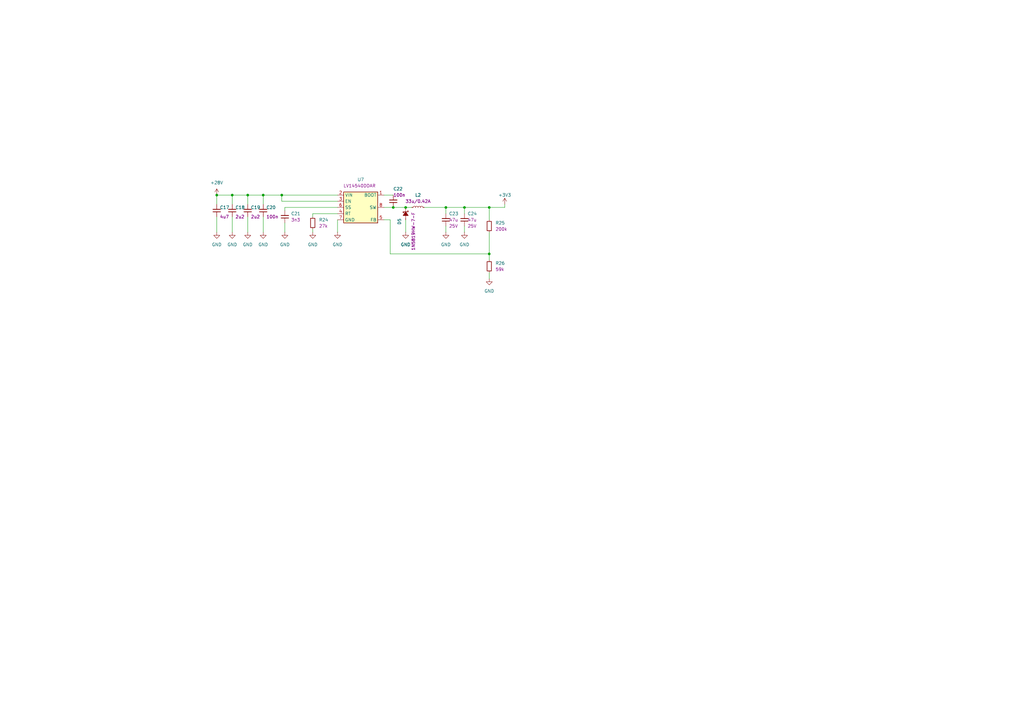
<source format=kicad_sch>
(kicad_sch (version 20230121) (generator eeschema)
  (paper "A3")
  (lib_symbols
    (symbol "antmicroCapacitors0402:C_3n3_0402" (pin_numbers hide) (pin_names hide)
      (property "Reference" "C" (at 20.32 -5.08 0))
      (property "Val" "3n3" (at 20.32 -7.62 0))
      (symbol "C_3n3_0402_0_1"
        (polyline (pts (xy 2.032 -1.524) (xy 2.032 1.524)) (stroke (width 0.3048)))
        (polyline (pts (xy 3.048 -1.524) (xy 3.048 1.524)) (stroke (width 0.3302)))
      )
      (symbol "C_3n3_0402_1_1"
        (pin passive line (at 0 0 0) (length 2.032) (name "~") (number "1"))
        (pin passive line (at 5.08 0 180) (length 2.032) (name "~") (number "2"))
      )
    )
    (symbol "antmicroCapacitors0603:C_100n_100V_X7R_0603" (pin_numbers hide) (pin_names hide)
      (property "Reference" "C" (at 15.24 -5.08 0))
      (property "Val" "100n" (at 15.24 -7.62 0))
      (symbol "C_100n_100V_X7R_0603_0_1"
        (polyline (pts (xy 2.032 -1.524) (xy 2.032 1.524)) (stroke (width 0.3048)))
        (polyline (pts (xy 3.048 -1.524) (xy 3.048 1.524)) (stroke (width 0.3302)))
      )
      (symbol "C_100n_100V_X7R_0603_1_1"
        (pin passive line (at 0 0 0) (length 2.032) (name "~") (number "1"))
        (pin passive line (at 5.08 0 180) (length 2.032) (name "~") (number "2"))
      )
    )
    (symbol "antmicroCapacitorsmisc:C_2u2_1210" (pin_numbers hide) (pin_names hide)
      (property "Reference" "C" (at 20.32 -5.08 0))
      (property "Val" "2u2" (at 20.32 -7.62 0))
      (symbol "C_2u2_1210_0_1"
        (polyline (pts (xy 2.032 -1.524) (xy 2.032 1.524)) (stroke (width 0.3048)))
        (polyline (pts (xy 3.048 -1.524) (xy 3.048 1.524)) (stroke (width 0.3302)))
      )
      (symbol "C_2u2_1210_1_1"
        (pin passive line (at 0 0 0) (length 2.032) (name "~") (number "1"))
        (pin passive line (at 5.08 0 180) (length 2.032) (name "~") (number "2"))
      )
    )
    (symbol "antmicroCapacitorsmisc:C_47u_25V_1206" (pin_numbers hide) (pin_names hide)
      (property "Reference" "C" (at 15.24 -5.08 0))
      (property "Val" "47u" (at 15.24 -7.62 0))
      (property "Voltage" "25V" (at 15.24 -10.16 0))
      (symbol "C_47u_25V_1206_0_1"
        (polyline (pts (xy 2.032 -1.524) (xy 2.032 1.524)) (stroke (width 0.3048)))
        (polyline (pts (xy 3.048 -1.524) (xy 3.048 1.524)) (stroke (width 0.3302)))
      )
      (symbol "C_47u_25V_1206_1_1"
        (pin passive line (at 0 0 0) (length 2.032) (name "~") (number "1"))
        (pin passive line (at 5.08 0 180) (length 2.032) (name "~") (number "2"))
      )
    )
    (symbol "antmicroCapacitorsmisc:C_4u7_1210_100V" (pin_numbers hide) (pin_names hide)
      (property "Reference" "C" (at 20.32 -5.08 0))
      (property "Val" "4u7" (at 20.32 -7.62 0))
      (symbol "C_4u7_1210_100V_0_1"
        (polyline (pts (xy 2.032 -1.524) (xy 2.032 1.524)) (stroke (width 0.3048)))
        (polyline (pts (xy 3.048 -1.524) (xy 3.048 1.524)) (stroke (width 0.3302)))
      )
      (symbol "C_4u7_1210_100V_1_1"
        (pin passive line (at 0 0 0) (length 2.032) (name "~") (number "1"))
        (pin passive line (at 5.08 0 180) (length 2.032) (name "~") (number "2"))
      )
    )
    (symbol "antmicroDCDCConverters:LV14540DDAR"
      (property "Reference" "U" (at 33.02 -5.08 0))
      (property "MPN" "LV14540DDAR " (at 33.02 -7.62 0))
      (symbol "LV14540DDAR_1_1"
        (rectangle (start 2.54 1.27) (end 16.51 -11.43) (stroke (width 0.254)) (fill (type background)))
        (pin input line (at 19.05 0 180) (length 2.54) (name "BOOT") (number "1"))
        (pin power_in line (at 0 0 0) (length 2.54) (name "VIN") (number "2"))
        (pin input line (at 0 -2.54 0) (length 2.54) (name "EN") (number "3"))
        (pin input line (at 0 -7.62 0) (length 2.54) (name "RT") (number "4"))
        (pin input line (at 19.05 -10.16 180) (length 2.54) (name "FB") (number "5"))
        (pin input line (at 0 -5.08 0) (length 2.54) (name "SS") (number "6"))
        (pin power_in line (at 0 -10.16 0) (length 2.54) (name "GND") (number "7"))
        (pin power_out line (at 19.05 -5.08 180) (length 2.54) (name "SW") (number "8"))
        (pin passive line (at 0 -10.16 0) (length 2.54) hide (name "GND") (number "9"))
      )
    )
    (symbol "antmicroDiodesRectifiersSingle:1N5819HW-7-F" (pin_numbers hide) (pin_names hide)
      (property "Reference" "D" (at 22.86 -5.08 0))
      (property "MPN" "1N5819HW-7-F" (at 22.86 -7.62 0))
      (symbol "1N5819HW-7-F_0_1"
        (polyline (pts (xy 1.905 0) (xy 0.635 0)))
        (polyline (pts (xy 4.445 0) (xy 3.175 0)))
      )
      (symbol "1N5819HW-7-F_1_1"
        (polyline (pts (xy 1.778 1.016) (xy 1.778 -1.016)) (stroke (width 0.254)))
        (polyline (pts (xy 1.778 -1.016) (xy 2.159 -1.016) (xy 2.159 -0.762)) (stroke (width 0.254)))
        (polyline (pts (xy 1.778 1.016) (xy 1.397 1.016) (xy 1.397 0.762)) (stroke (width 0.254)))
        (polyline (pts (xy 3.302 1.016) (xy 3.302 -1.016) (xy 1.778 0) (xy 3.302 1.016)) (stroke (width 0.254)) (fill (type outline)))
        (pin passive line (at 0 0 0) (length 0.635) (name "C") (number "1"))
        (pin passive line (at 5.08 0 180) (length 0.635) (name "A") (number "2"))
      )
    )
    (symbol "antmicroFixedInductors:L_33u_0.42A_WE-TPC-3816" (pin_numbers hide) (pin_names hide)
      (property "Reference" "L" (at 13.97 0 0))
      (property "Val" "33u/0.42A" (at 13.97 -5.08 0))
      (symbol "L_33u_0.42A_WE-TPC-3816_0_1"
        (arc (start 1.524 0) (mid 1.016 0.5058) (end 0.508 0))
        (arc (start 2.54 0) (mid 2.032 0.5058) (end 1.524 0))
        (arc (start 3.556 0) (mid 3.048 0.5058) (end 2.54 0))
        (arc (start 4.572 0) (mid 4.064 0.5058) (end 3.556 0))
      )
      (symbol "L_33u_0.42A_WE-TPC-3816_1_1"
        (pin passive line (at 0 0 0) (length 0.508) (name "~") (number "1"))
        (pin passive line (at 5.08 0 180) (length 0.508) (name "~") (number "2"))
      )
    )
    (symbol "antmicroResistors0402:R_200k_0402" (pin_numbers hide) (pin_names hide)
      (property "Reference" "R" (at 20.32 -5.08 0))
      (property "Val" "200k" (at 20.32 -7.62 0))
      (symbol "R_200k_0402_0_1"
        (rectangle (start 0.635 0.889) (end 4.445 -0.889) (stroke (width 0.254)))
      )
      (symbol "R_200k_0402_1_1"
        (pin passive line (at 0 0 0) (length 0.635) (name "~") (number "1"))
        (pin passive line (at 5.08 0 180) (length 0.635) (name "~") (number "2"))
      )
    )
    (symbol "antmicroResistors0402:R_27k_0402" (pin_numbers hide) (pin_names hide)
      (property "Reference" "R" (at 20.32 -5.08 0))
      (property "Val" "27k" (at 20.32 -7.62 0))
      (symbol "R_27k_0402_0_1"
        (rectangle (start 0.635 0.889) (end 4.445 -0.889) (stroke (width 0.254)))
      )
      (symbol "R_27k_0402_1_1"
        (pin passive line (at 0 0 0) (length 0.635) (name "~") (number "1"))
        (pin passive line (at 5.08 0 180) (length 0.635) (name "~") (number "2"))
      )
    )
    (symbol "antmicroResistors0402:R_59k_0402" (pin_numbers hide) (pin_names hide)
      (property "Reference" "R" (at 20.32 -5.08 0))
      (property "Val" "59k" (at 20.32 -7.62 0))
      (symbol "R_59k_0402_0_1"
        (rectangle (start 0.635 0.889) (end 4.445 -0.889) (stroke (width 0.254)))
      )
      (symbol "R_59k_0402_1_1"
        (pin passive line (at 0 0 0) (length 0.635) (name "~") (number "1"))
        (pin passive line (at 5.08 0 180) (length 0.635) (name "~") (number "2"))
      )
    )
    (symbol "antmicropower:+28V" (power) (pin_names (offset 0))
      (property "Value" "+28V" (at 0 3.81 0))
      (symbol "+28V_0_1"
        (polyline (pts (xy -0.762 1.27) (xy 0 2.54)))
        (polyline (pts (xy 0 0) (xy 0 2.54)))
        (polyline (pts (xy 0 2.54) (xy 0.762 1.27)))
      )
      (symbol "+28V_1_1"
        (pin power_in line (at 0 0 90) (length 0) hide (name "+28V") (number "1"))
      )
    )
    (symbol "antmicropower:+3V3" (power) (pin_numbers hide) (pin_names hide)
      (property "Value" "+3V3" (at -3.175 2.54 0))
      (symbol "+3V3_0_1"
        (polyline (pts (xy 0 0) (xy 0 2.54)))
        (polyline (pts (xy 0 2.54) (xy -0.762 1.27)))
        (polyline (pts (xy 0 2.54) (xy 0.762 1.27)))
      )
      (symbol "+3V3_1_1"
        (pin power_in line (at 0 0 90) (length 0) hide (name "+3V3") (number "1"))
      )
    )
    (symbol "antmicropower:GND" (power) (pin_numbers hide) (pin_names hide)
      (property "Value" "GND" (at 8.89 -5.08 0))
      (symbol "GND_1_1"
        (polyline (pts (xy 0 0) (xy 0 -1.27) (xy 1.27 -1.27) (xy 0 -2.54) (xy -1.27 -1.27) (xy 0 -1.27)))
        (pin power_in line (at 0 0 270) (length 0) (name "GND") (number "1"))
      )
    )
  )
  (junction (at 107.95 80.01))
  (junction (at 115.57 80.01))
  (junction (at 101.6 80.01))
  (junction (at 190.5 85.09))
  (junction (at 166.37 85.09))
  (junction (at 95.25 80.01))
  (junction (at 161.29 85.09))
  (junction (at 200.66 85.09))
  (junction (at 182.88 85.09))
  (junction (at 88.9 80.01))
  (junction (at 200.66 104.14))
  (wire (pts (xy 138.43 95.25) (xy 138.43 90.17)))
  (wire (pts (xy 138.43 82.55) (xy 115.57 82.55)))
  (wire (pts (xy 190.5 92.71) (xy 190.5 95.25)))
  (wire (pts (xy 161.29 85.09) (xy 166.37 85.09)))
  (wire (pts (xy 115.57 82.55) (xy 115.57 80.01)))
  (wire (pts (xy 200.66 111.76) (xy 200.66 114.3)))
  (wire (pts (xy 200.66 104.14) (xy 200.66 106.68)))
  (wire (pts (xy 107.95 80.01) (xy 115.57 80.01)))
  (wire (pts (xy 166.37 85.09) (xy 168.91 85.09)))
  (wire (pts (xy 95.25 83.82) (xy 95.25 80.01)))
  (wire (pts (xy 190.5 85.09) (xy 190.5 87.63)))
  (wire (pts (xy 116.84 86.36) (xy 116.84 85.09)))
  (wire (pts (xy 95.25 80.01) (xy 101.6 80.01)))
  (wire (pts (xy 173.99 85.09) (xy 182.88 85.09)))
  (wire (pts (xy 107.95 83.82) (xy 107.95 80.01)))
  (wire (pts (xy 157.48 80.01) (xy 161.29 80.01)))
  (wire (pts (xy 128.27 87.63) (xy 138.43 87.63)))
  (wire (pts (xy 182.88 85.09) (xy 182.88 87.63)))
  (wire (pts (xy 207.01 83.82) (xy 207.01 85.09)))
  (wire (pts (xy 200.66 85.09) (xy 200.66 90.17)))
  (wire (pts (xy 182.88 85.09) (xy 190.5 85.09)))
  (wire (pts (xy 160.02 90.17) (xy 160.02 104.14)))
  (wire (pts (xy 107.95 88.9) (xy 107.95 95.25)))
  (wire (pts (xy 88.9 80.01) (xy 95.25 80.01)))
  (wire (pts (xy 116.84 85.09) (xy 138.43 85.09)))
  (wire (pts (xy 166.37 90.17) (xy 166.37 95.25)))
  (wire (pts (xy 88.9 88.9) (xy 88.9 95.25)))
  (wire (pts (xy 115.57 80.01) (xy 138.43 80.01)))
  (wire (pts (xy 182.88 92.71) (xy 182.88 95.25)))
  (wire (pts (xy 190.5 85.09) (xy 200.66 85.09)))
  (wire (pts (xy 160.02 104.14) (xy 200.66 104.14)))
  (wire (pts (xy 101.6 88.9) (xy 101.6 95.25)))
  (wire (pts (xy 157.48 85.09) (xy 161.29 85.09)))
  (wire (pts (xy 116.84 95.25) (xy 116.84 91.44)))
  (wire (pts (xy 128.27 88.9) (xy 128.27 87.63)))
  (wire (pts (xy 101.6 83.82) (xy 101.6 80.01)))
  (wire (pts (xy 157.48 90.17) (xy 160.02 90.17)))
  (wire (pts (xy 128.27 95.25) (xy 128.27 93.98)))
  (wire (pts (xy 88.9 83.82) (xy 88.9 80.01)))
  (wire (pts (xy 200.66 95.25) (xy 200.66 104.14)))
  (wire (pts (xy 207.01 85.09) (xy 200.66 85.09)))
  (wire (pts (xy 95.25 88.9) (xy 95.25 95.25)))
  (wire (pts (xy 101.6 80.01) (xy 107.95 80.01)))
  (symbol (lib_id "antmicroCapacitors0603:C_100n_100V_X7R_0603") (at 107.95 88.9 90) (unit 1)
    (property "Reference" "C20" (at 109.22 85.09 90) (effects (justify right)))
    (property "Value" "C_100n_100V_X7R_0603" (effects hide))
    (property "Footprint" "antmicro-footprints:C_0603_1608Metric" (effects hide))
    (property "Datasheet" "https://www.kemet.com/en/us/capacitors/product/C0603C104J1RACTU.html" (effects hide))
    (property "MPN" "C0603C104J1RACTU" (effects hide))
    (property "Val" "100n" (at 109.22 88.9 90) (effects (justify right)))
    (property "Voltage" "100V" (effects hide))
    (property "Dielectric" "X7R" (effects hide))
    (property "Manufacturer" "KEMET" (effects hide))
    (property "License" "Apache-2.0" (effects hide))
    (property "Author" "Antmicro" (effects hide))
  )
  (symbol (lib_id "antmicroDCDCConverters:LV14540DDAR") (at 138.43 80.01 0) (unit 1)
    (property "Reference" "U7" (at 147.955 73.66 0))
    (property "Value" "LV14540DDAR" (effects hide))
    (property "Footprint" "antmicro-footprints:SOIC-8-1EP_3.9x4.9x1.75mm_P1.27mm_EP_vias" (effects hide))
    (property "Datasheet" "https://www.ti.com/lit/ds/symlink/lv14540.pdf?ts=1711947439079&ref_url=https%253A%252F%252Fwww.ti.com%252Fproduct%252FLV14540%253FkeyMatch%253DLV14540%2526tisearch%253Dsearch-everything%2526usecase%253DGPN" (effects hide))
    (property "MPN" "LV14540DDAR " (at 147.955 76.2 0))
    (property "Manufacturer" "Texas Instruments" (effects hide))
    (property "Author" "Antmicro" (effects hide))
    (property "License" "Apache-2.0" (effects hide))
  )
  (symbol (lib_id "antmicroCapacitorsmisc:C_4u7_1210_100V") (at 88.9 88.9 90) (unit 1)
    (property "Reference" "C17" (at 90.17 85.09 90) (effects (justify right)))
    (property "Value" "C_4u7_1210_100V" (effects hide))
    (property "Footprint" "antmicro-footprints:C_1210_3225Metric" (effects hide))
    (property "Datasheet" "https://product.tdk.com/en/search/capacitor/ceramic/mlcc/info?part_no=CGA6M3X7S2A475K200AB" (effects hide))
    (property "MPN" "CGA6M3X7S2A475K200AB" (effects hide))
    (property "Manufacturer" "TDK" (effects hide))
    (property "License" "Apache-2.0" (effects hide))
    (property "Author" "Antmicro" (effects hide))
    (property "Val" "4u7" (at 90.17 88.9 90) (effects (justify right)))
    (property "Voltage" "100V" (effects hide))
  )
  (symbol (lib_id "antmicroResistors0402:R_200k_0402") (at 200.66 95.25 90) (unit 1)
    (property "Reference" "R25" (at 203.2 91.44 90) (effects (justify right)))
    (property "Value" "R_200k_0402" (effects hide))
    (property "Footprint" "antmicro-footprints:R_0402_1005Metric" (effects hide))
    (property "Datasheet" "https://www.bourns.com/docs/product-datasheets/cr.pdf" (effects hide))
    (property "MPN" "CR0402-FX-2003GLF" (effects hide))
    (property "Manufacturer" "Bourns" (effects hide))
    (property "License" "Apache-2.0" (effects hide))
    (property "Author" "Antmicro" (effects hide))
    (property "Val" "200k" (at 203.2 93.98 90) (effects (justify right)))
    (property "Tolerance" "1%" (effects hide))
  )
  (symbol (lib_id "antmicroResistors0402:R_27k_0402") (at 128.27 93.98 90) (unit 1)
    (property "Reference" "R24" (at 130.81 90.17 90) (effects (justify right)))
    (property "Value" "R_27k_0402" (effects hide))
    (property "Footprint" "antmicro-footprints:R_0402_1005Metric" (effects hide))
    (property "Datasheet" "https://www.bourns.com/docs/product-datasheets/cr.pdf" (effects hide))
    (property "MPN" "CR0402-FX-2702GLF" (effects hide))
    (property "Manufacturer" "Bourns" (effects hide))
    (property "License" "Apache-2.0" (effects hide))
    (property "Author" "Antmicro" (effects hide))
    (property "Val" "27k" (at 130.81 92.71 90) (effects (justify right)))
    (property "Tolerance" "1%" (effects hide))
  )
  (symbol (lib_id "antmicropower:GND") (at 190.5 95.25 0) (unit 1)
    (property "Reference" "#PWR045" (effects hide))
    (property "Value" "GND" (at 190.5 100.33 0))
    (property "Author" "Antmicro" (effects hide))
    (property "License" "Apache-2.0" (effects hide))
  )
  (symbol (lib_id "antmicropower:GND") (at 101.6 95.25 0) (unit 1)
    (property "Reference" "#PWR038" (effects hide))
    (property "Value" "GND" (at 101.6 100.33 0))
    (property "Author" "Antmicro" (effects hide))
    (property "License" "Apache-2.0" (effects hide))
  )
  (symbol (lib_id "antmicropower:GND") (at 128.27 95.25 0) (unit 1)
    (property "Reference" "#PWR041" (effects hide))
    (property "Value" "GND" (at 128.27 100.33 0))
    (property "Author" "Antmicro" (effects hide))
    (property "License" "Apache-2.0" (effects hide))
  )
  (symbol (lib_id "antmicropower:+28V") (at 88.9 80.01 0) (unit 1)
    (property "Reference" "#PWR035" (effects hide))
    (property "Value" "+28V" (at 88.9 74.93 0))
  )
  (symbol (lib_id "antmicropower:GND") (at 138.43 95.25 0) (unit 1)
    (property "Reference" "#PWR042" (effects hide))
    (property "Value" "GND" (at 138.43 100.33 0))
    (property "Author" "Antmicro" (effects hide))
    (property "License" "Apache-2.0" (effects hide))
  )
  (symbol (lib_id "antmicroFixedInductors:L_33u_0.42A_WE-TPC-3816") (at 168.91 85.09 0) (unit 1)
    (property "Reference" "L2" (at 171.45 80.01 0))
    (property "Value" "L_33u_0.42A_WE-TPC-3816" (effects hide))
    (property "Footprint" "antmicro-footprints:L_WE-TPC-3816" (effects hide))
    (property "Datasheet" "https://www.we-online.com/components/products/datasheet/744031330.pdf" (effects hide))
    (property "Val" "33u/0.42A" (at 171.45 82.55 0))
    (property "Manufacturer" "Würth Elektronik" (effects hide))
    (property "MPN" "744031330" (effects hide))
    (property "ISat" "0.32 A" (effects hide))
    (property "IMax" "0.42 A" (effects hide))
    (property "Size" "3.8x3.8" (effects hide))
    (property "Author" "Antmicro" (effects hide))
    (property "License" "Apache-2.0" (effects hide))
  )
  (symbol (lib_id "antmicroCapacitors0603:C_100n_100V_X7R_0603") (at 161.29 85.09 90) (unit 1)
    (property "Reference" "C22" (at 161.29 77.47 90) (effects (justify right)))
    (property "Value" "C_100n_100V_X7R_0603" (effects hide))
    (property "Footprint" "antmicro-footprints:C_0603_1608Metric" (effects hide))
    (property "Datasheet" "https://www.kemet.com/en/us/capacitors/product/C0603C104J1RACTU.html" (effects hide))
    (property "MPN" "C0603C104J1RACTU" (effects hide))
    (property "Val" "100n" (at 161.29 80.01 90) (effects (justify right)))
    (property "Voltage" "100V" (effects hide))
    (property "Dielectric" "X7R" (effects hide))
    (property "Manufacturer" "KEMET" (effects hide))
    (property "License" "Apache-2.0" (effects hide))
    (property "Author" "Antmicro" (effects hide))
  )
  (symbol (lib_id "antmicropower:GND") (at 166.37 95.25 0) (unit 1)
    (property "Reference" "#PWR043" (effects hide))
    (property "Value" "GND" (at 166.37 100.33 0))
    (property "Author" "Antmicro" (effects hide))
    (property "License" "Apache-2.0" (effects hide))
  )
  (symbol (lib_id "antmicroDiodesRectifiersSingle:1N5819HW-7-F") (at 166.37 85.09 270) (unit 1)
    (property "Reference" "D5" (at 163.83 89.535 0) (effects (justify left)))
    (property "Value" "1N5819HW-7-F" (effects hide))
    (property "Footprint" "antmicro-footprints:D_SOD-123" (effects hide))
    (property "Datasheet" "https://www.diodes.com/assets/Datasheets/ds30217.pdf" (effects hide))
    (property "MPN" "1N5819HW-7-F" (at 169.545 86.995 0) (effects (justify left)))
    (property "Manufacturer" "Diodes Incorporated" (effects hide))
    (property "Author" "Antmicro" (effects hide))
    (property "License" "Apache-2.0" (effects hide))
  )
  (symbol (lib_id "antmicropower:GND") (at 182.88 95.25 0) (unit 1)
    (property "Reference" "#PWR044" (effects hide))
    (property "Value" "GND" (at 182.88 100.33 0))
    (property "Author" "Antmicro" (effects hide))
    (property "License" "Apache-2.0" (effects hide))
  )
  (symbol (lib_id "antmicroResistors0402:R_59k_0402") (at 200.66 111.76 90) (unit 1)
    (property "Reference" "R26" (at 203.2 107.95 90) (effects (justify right)))
    (property "Value" "R_59k_0402" (effects hide))
    (property "Footprint" "antmicro-footprints:R_0402_1005Metric" (effects hide))
    (property "Datasheet" "https://www.bourns.com/docs/product-datasheets/cr.pdf" (effects hide))
    (property "MPN" "CR0402-FX-5902GLF" (effects hide))
    (property "Manufacturer" "Bourns" (effects hide))
    (property "License" "Apache-2.0" (effects hide))
    (property "Author" "Antmicro" (effects hide))
    (property "Val" "59k" (at 203.2 110.49 90) (effects (justify right)))
    (property "Tolerance" "1%" (effects hide))
  )
  (symbol (lib_id "antmicroCapacitorsmisc:C_2u2_1210") (at 101.6 88.9 90) (unit 1)
    (property "Reference" "C19" (at 102.87 85.09 90) (effects (justify right)))
    (property "Value" "C_2u2_1210" (effects hide))
    (property "Footprint" "antmicro-footprints:C_1210_3225Metric" (effects hide))
    (property "Datasheet" "https://product.tdk.com/en/search/capacitor/ceramic/mlcc/info?part_no=C3225X7R2A225K230AB" (effects hide))
    (property "MPN" "C3225X7R2A225K230AB" (effects hide))
    (property "Manufacturer" "TDK" (effects hide))
    (property "License" "Apache-2.0" (effects hide))
    (property "Author" "Antmicro" (effects hide))
    (property "Val" "2u2" (at 102.87 88.9 90) (effects (justify right)))
  )
  (symbol (lib_id "antmicropower:GND") (at 107.95 95.25 0) (unit 1)
    (property "Reference" "#PWR039" (effects hide))
    (property "Value" "GND" (at 107.95 100.33 0))
    (property "Author" "Antmicro" (effects hide))
    (property "License" "Apache-2.0" (effects hide))
  )
  (symbol (lib_id "antmicroCapacitors0402:C_3n3_0402") (at 116.84 91.44 90) (unit 1)
    (property "Reference" "C21" (at 119.38 87.6236 90) (effects (justify right)))
    (property "Value" "C_3n3_0402" (effects hide))
    (property "Footprint" "antmicro-footprints:C_0402_1005Metric" (effects hide))
    (property "Datasheet" "https://www.kemet.com/en/us/capacitors/product/C0402C332K5RAC.html" (effects hide))
    (property "MPN" "C0402C332K5RAC" (effects hide))
    (property "Manufacturer" "KEMET" (effects hide))
    (property "License" "Apache-2.0" (effects hide))
    (property "Author" "Antmicro" (effects hide))
    (property "Val" "3n3" (at 119.38 90.1636 90) (effects (justify right)))
    (property "Voltage" "50V" (effects hide))
    (property "Dielectric" "X7R" (effects hide))
  )
  (symbol (lib_id "antmicropower:GND") (at 116.84 95.25 0) (unit 1)
    (property "Reference" "#PWR040" (effects hide))
    (property "Value" "GND" (at 116.84 100.33 0))
    (property "Author" "Antmicro" (effects hide))
    (property "License" "Apache-2.0" (effects hide))
  )
  (symbol (lib_id "antmicropower:GND") (at 95.25 95.25 0) (unit 1)
    (property "Reference" "#PWR037" (effects hide))
    (property "Value" "GND" (at 95.25 100.33 0))
    (property "Author" "Antmicro" (effects hide))
    (property "License" "Apache-2.0" (effects hide))
  )
  (symbol (lib_id "antmicroCapacitorsmisc:C_47u_25V_1206") (at 182.88 92.71 90) (unit 1)
    (property "Reference" "C23" (at 184.15 87.63 90) (effects (justify right)))
    (property "Value" "C_47u_25V_1206" (effects hide))
    (property "Footprint" "antmicro-footprints:C_1206_3216Metric" (effects hide))
    (property "Datasheet" "https://product.tdk.com/en/search/capacitor/ceramic/mlcc/info?part_no=C3216X5R1E476M160AC" (effects hide))
    (property "MPN" "C3216X5R1E476M160AC" (effects hide))
    (property "Val" "47u" (at 184.15 90.17 90) (effects (justify right)))
    (property "Dielectric" "X5R" (effects hide))
    (property "Voltage" "25V" (at 184.15 92.71 90) (effects (justify right)))
    (property "Manufacturer" "TDK" (effects hide))
    (property "Author" "Antmicro" (effects hide))
    (property "License" "Apache-2.0" (effects hide))
  )
  (symbol (lib_id "antmicropower:GND") (at 200.66 114.3 0) (unit 1)
    (property "Reference" "#PWR047" (effects hide))
    (property "Value" "GND" (at 200.66 119.38 0))
    (property "Author" "Antmicro" (effects hide))
    (property "License" "Apache-2.0" (effects hide))
  )
  (symbol (lib_id "antmicropower:+3V3") (at 207.01 83.82 0) (unit 1)
    (property "Reference" "#PWR048" (effects hide))
    (property "Value" "+3V3" (at 207.01 80.01 0))
    (property "Author" "Antmicro" (effects hide))
    (property "License" "Apache-2.0" (effects hide))
  )
  (symbol (lib_id "antmicroCapacitorsmisc:C_47u_25V_1206") (at 190.5 92.71 90) (unit 1)
    (property "Reference" "C24" (at 191.77 87.63 90) (effects (justify right)))
    (property "Value" "C_47u_25V_1206" (effects hide))
    (property "Footprint" "antmicro-footprints:C_1206_3216Metric" (effects hide))
    (property "Datasheet" "https://product.tdk.com/en/search/capacitor/ceramic/mlcc/info?part_no=C3216X5R1E476M160AC" (effects hide))
    (property "MPN" "C3216X5R1E476M160AC" (effects hide))
    (property "Val" "47u" (at 191.77 90.17 90) (effects (justify right)))
    (property "Dielectric" "X5R" (effects hide))
    (property "Voltage" "25V" (at 191.77 92.71 90) (effects (justify right)))
    (property "Manufacturer" "TDK" (effects hide))
    (property "Author" "Antmicro" (effects hide))
    (property "License" "Apache-2.0" (effects hide))
  )
  (symbol (lib_id "antmicropower:GND") (at 88.9 95.25 0) (unit 1)
    (property "Reference" "#PWR036" (effects hide))
    (property "Value" "GND" (at 88.9 100.33 0))
    (property "Author" "Antmicro" (effects hide))
    (property "License" "Apache-2.0" (effects hide))
  )
  (symbol (lib_id "antmicroCapacitorsmisc:C_2u2_1210") (at 95.25 88.9 90) (unit 1)
    (property "Reference" "C18" (at 96.52 85.09 90) (effects (justify right)))
    (property "Value" "C_2u2_1210" (effects hide))
    (property "Footprint" "antmicro-footprints:C_1210_3225Metric" (effects hide))
    (property "Datasheet" "https://product.tdk.com/en/search/capacitor/ceramic/mlcc/info?part_no=C3225X7R2A225K230AB" (effects hide))
    (property "MPN" "C3225X7R2A225K230AB" (effects hide))
    (property "Manufacturer" "TDK" (effects hide))
    (property "License" "Apache-2.0" (effects hide))
    (property "Author" "Antmicro" (effects hide))
    (property "Val" "2u2" (at 96.52 88.9 90) (effects (justify right)))
  )
)
</source>
